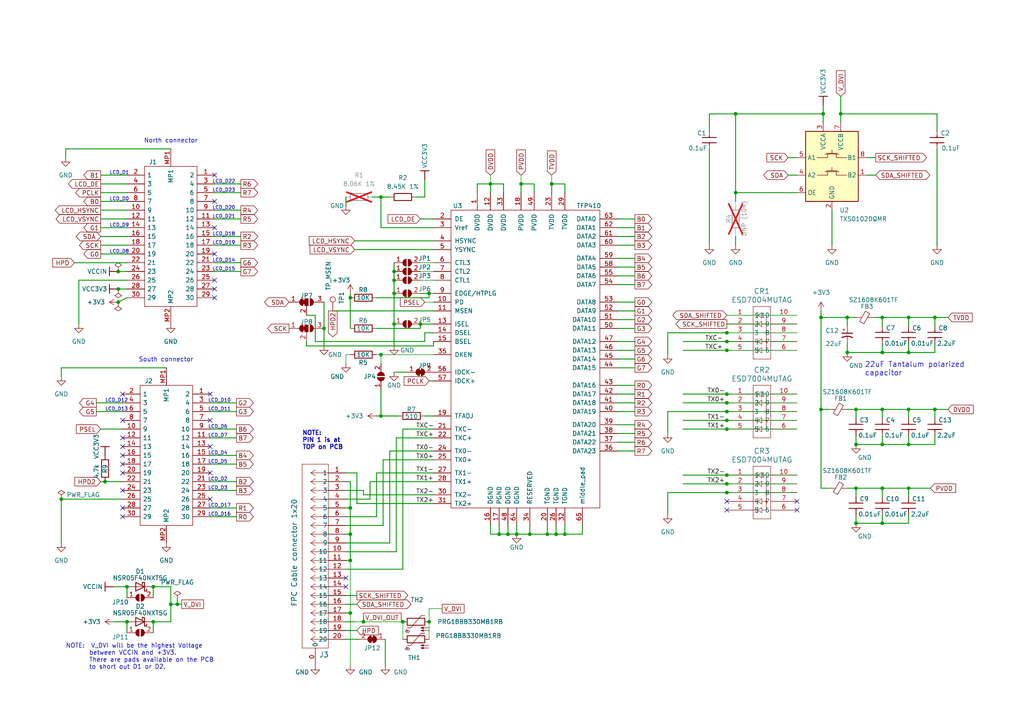
<source format=kicad_sch>
(kicad_sch (version 20231120) (generator "eeschema") (generator_version "8.0")
  (paper "A4")
  (title_block (title "DVI Adapter board") (date "2024-05-13") (rev "V0.09") (company "Copyright (C) 2023-2024 Victor Suarez Rovere") (comment 1 "License:  CERN OHL-S") (comment 2 "PCB design:  Mitch Altman &  Victor Suarez Rovere") (comment 3 "Schematics capture:  Mitch Altman & Victor Suarez Rovere") (comment 4 "Circuit design & parts selection:  Victor Suarez Rovere"))
  (junction (at 124.46 85.09))
  (junction (at 49.53 175.26))
  (junction (at 44.45 170.18))
  (junction (at 142.24 53.34))
  (junction (at 124.46 180.34))
  (junction (at 149.86 154.94))
  (junction (at 210.82 142.875))
  (junction (at 248.285 151.765))
  (junction (at 101.6 86.36))
  (junction (at 263.525 102.235))
  (junction (at 36.83 170.18))
  (junction (at 121.92 93.98))
  (junction (at 263.525 141.605))
  (junction (at 248.285 128.905))
  (junction (at 114.3 81.28))
  (junction (at 160.02 53.34))
  (junction (at 101.6 177.8))
  (junction (at 255.905 151.765))
  (junction (at 158.75 154.94))
  (junction (at 213.36 55.88))
  (junction (at 271.145 92.075))
  (junction (at 210.82 101.6))
  (junction (at 101.6 147.32))
  (junction (at 44.45 180.34))
  (junction (at 263.525 118.745))
  (junction (at 210.82 116.84))
  (junction (at 210.82 96.52))
  (junction (at 210.82 137.795))
  (junction (at 263.525 128.905))
  (junction (at 255.905 141.605))
  (junction (at 17.78 144.78))
  (junction (at 34.29 78.74))
  (junction (at 210.82 119.38))
  (junction (at 34.29 83.82))
  (junction (at 114.3 85.09))
  (junction (at 163.83 154.94))
  (junction (at 93.98 95.25))
  (junction (at 245.745 102.235))
  (junction (at 263.525 92.075))
  (junction (at 255.905 102.235))
  (junction (at 105.41 180.34))
  (junction (at 238.125 92.075))
  (junction (at 151.13 53.34))
  (junction (at 213.36 33.02))
  (junction (at 245.745 92.075))
  (junction (at 110.49 57.15))
  (junction (at 255.905 128.905))
  (junction (at 101.6 154.94))
  (junction (at 116.84 180.34))
  (junction (at 210.82 114.3))
  (junction (at 255.905 92.075))
  (junction (at 51.435 175.26))
  (junction (at 147.32 154.94))
  (junction (at 210.82 124.46))
  (junction (at 248.285 141.605))
  (junction (at 110.49 120.65))
  (junction (at 101.6 162.56))
  (junction (at 30.48 139.7))
  (junction (at 153.67 154.94))
  (junction (at 110.49 102.87))
  (junction (at 210.82 99.06))
  (junction (at 271.145 118.745))
  (junction (at 36.83 180.34))
  (junction (at 238.125 118.745))
  (junction (at 161.29 154.94))
  (junction (at 34.29 87.63))
  (junction (at 114.3 93.98))
  (junction (at 210.82 121.92))
  (junction (at 114.3 78.74))
  (junction (at 243.84 33.02))
  (junction (at 144.78 154.94))
  (junction (at 248.285 118.745))
  (junction (at 238.76 33.02))
  (junction (at 210.82 140.335))
  (junction (at 255.905 118.745))
  (no_connect (at 35.56 149.86))
  (no_connect (at 100.33 170.18))
  (no_connect (at 35.56 142.24))
  (no_connect (at 35.56 134.62))
  (no_connect (at 60.96 114.3))
  (no_connect (at 62.23 50.8))
  (no_connect (at 62.23 73.66))
  (no_connect (at 210.82 145.415))
  (no_connect (at 62.23 83.82))
  (no_connect (at 60.96 144.78))
  (no_connect (at 35.56 147.32))
  (no_connect (at 100.33 167.64))
  (no_connect (at 62.23 81.28))
  (no_connect (at 35.56 127))
  (no_connect (at 231.14 145.415))
  (no_connect (at 35.56 121.92))
  (no_connect (at 35.56 129.54))
  (no_connect (at 60.96 121.92))
  (no_connect (at 35.56 114.3))
  (no_connect (at 35.56 132.08))
  (no_connect (at 35.56 137.16))
  (no_connect (at 231.14 147.955))
  (no_connect (at 210.82 147.955))
  (no_connect (at 62.23 66.04))
  (no_connect (at 60.96 137.16))
  (no_connect (at 62.23 86.36))
  (no_connect (at 60.96 129.54))
  (no_connect (at 62.23 58.42))
  (wire (pts (xy 255.905 102.235) (xy 245.745 102.235)) (stroke (width 0.254)))
  (wire (pts (xy 245.745 99.695) (xy 245.745 102.235)) (stroke (width 0.254)))
  (wire (pts (xy 248.285 151.765) (xy 255.905 151.765)) (stroke (width 0.254)))
  (wire (pts (xy 248.285 149.225) (xy 248.285 151.765)) (stroke (width 0.254)))
  (wire (pts (xy 114.935 127) (xy 114.935 160.02)) (stroke (width 0.254)))
  (wire (pts (xy 151.13 53.34) (xy 151.13 55.88)) (stroke (width 0.254)))
  (wire (pts (xy 110.49 102.87) (xy 110.49 105.41)))
  (wire (pts (xy 179.07 66.04) (xy 184.15 66.04)) (stroke (width 0.254)))
  (wire (pts (xy 19.05 43.18) (xy 19.05 45.72)) (stroke (width 0.254)))
  (wire (pts (xy 101.6 162.56) (xy 100.33 162.56)) (stroke (width 0.254)))
  (wire (pts (xy 238.125 90.17) (xy 238.125 92.075)) (stroke (width 0.254)))
  (wire (pts (xy 109.22 149.86) (xy 100.33 149.86)) (stroke (width 0.254)))
  (wire (pts (xy 29.21 66.04) (xy 36.83 66.04)) (stroke (width 0.254)))
  (wire (pts (xy 160.02 53.34) (xy 160.02 55.88)) (stroke (width 0.254)))
  (wire (pts (xy 161.29 152.4) (xy 161.29 154.94)) (stroke (width 0.254)))
  (wire (pts (xy 48.26 106.68) (xy 17.78 106.68)) (stroke (width 0.254)))
  (wire (pts (xy 69.85 63.5) (xy 62.23 63.5)) (stroke (width 0.254)))
  (wire (pts (xy 30.48 139.7) (xy 29.21 139.7)) (stroke (width 0.254)))
  (wire (pts (xy 263.525 121.285) (xy 263.525 118.745)) (stroke (width 0.254)))
  (wire (pts (xy 271.145 118.745) (xy 271.145 121.285)) (stroke (width 0.254)))
  (wire (pts (xy 153.67 152.4) (xy 153.67 154.94)) (stroke (width 0.254)))
  (wire (pts (xy 96.52 90.17) (xy 125.73 90.17)) (stroke (width 0.254)))
  (wire (pts (xy 228.6 50.8) (xy 231.14 50.8)) (stroke (width 0.254)))
  (wire (pts (xy 263.525 99.695) (xy 263.525 102.235)) (stroke (width 0.254)))
  (wire (pts (xy 114.935 160.02) (xy 100.33 160.02)) (stroke (width 0.254)))
  (wire (pts (xy 147.32 152.4) (xy 147.32 154.94)) (stroke (width 0.254)))
  (wire (pts (xy 101.6 86.36) (xy 101.6 95.25)) (stroke (width 0.254)))
  (wire (pts (xy 210.82 99.06) (xy 231.14 99.06)))
  (wire (pts (xy 29.21 71.12) (xy 36.83 71.12)) (stroke (width 0.254)))
  (wire (pts (xy 121.92 93.98) (xy 121.92 95.25)) (stroke (width 0.254)))
  (wire (pts (xy 49.53 180.34) (xy 44.45 180.34)) (stroke (width 0.254)))
  (wire (pts (xy 198.12 121.92) (xy 210.82 121.92)) (stroke (width 0.254)))
  (wire (pts (xy 109.22 102.87) (xy 110.49 102.87)))
  (wire (pts (xy 263.525 118.745) (xy 271.145 118.745)) (stroke (width 0.254)))
  (wire (pts (xy 179.07 104.14) (xy 184.15 104.14)) (stroke (width 0.254)))
  (wire (pts (xy 271.78 33.02) (xy 271.78 38.1)) (stroke (width 0.254)))
  (wire (pts (xy 153.67 154.94) (xy 158.75 154.94)) (stroke (width 0.254)))
  (wire (pts (xy 255.905 102.235) (xy 263.525 102.235)) (stroke (width 0.254)))
  (wire (pts (xy 68.58 127) (xy 60.96 127)) (stroke (width 0.254)))
  (wire (pts (xy 102.87 180.34) (xy 100.33 180.34)) (stroke (width 0.254)))
  (wire (pts (xy 93.98 95.25) (xy 93.98 100.33)) (stroke (width 0.254)))
  (wire (pts (xy 198.12 114.3) (xy 210.82 114.3)) (stroke (width 0.254)))
  (wire (pts (xy 248.285 118.745) (xy 248.285 121.285)) (stroke (width 0.254)))
  (wire (pts (xy 210.82 119.38) (xy 231.14 119.38)))
  (wire (pts (xy 179.07 68.58) (xy 184.15 68.58)) (stroke (width 0.254)))
  (wire (pts (xy 125.73 100.33) (xy 125.73 99.06)) (stroke (width 0.254)))
  (wire (pts (xy 101.6 139.7) (xy 100.33 139.7)) (stroke (width 0.254)))
  (wire (pts (xy 69.85 68.58) (xy 62.23 68.58)) (stroke (width 0.254)))
  (wire (pts (xy 179.07 87.63) (xy 184.15 87.63)) (stroke (width 0.254)))
  (wire (pts (xy 101.6 154.94) (xy 101.6 147.32)) (stroke (width 0.254)))
  (wire (pts (xy 101.6 177.8) (xy 101.6 162.56)))
  (wire (pts (xy 210.82 93.98) (xy 231.14 93.98)))
  (wire (pts (xy 255.905 118.745) (xy 255.905 121.285)) (stroke (width 0.254)))
  (wire (pts (xy 271.145 118.745) (xy 274.955 118.745)) (stroke (width 0.254)))
  (wire (pts (xy 109.22 120.65) (xy 110.49 120.65)) (stroke (width 0.254)))
  (wire (pts (xy 213.36 68.58) (xy 213.36 71.12)) (stroke (width 0.254)))
  (wire (pts (xy 116.84 185.42) (xy 116.84 180.34)))
  (wire (pts (xy 149.86 154.94) (xy 153.67 154.94)) (stroke (width 0.254)))
  (wire (pts (xy 17.78 144.78) (xy 17.78 157.48)) (stroke (width 0.254)))
  (wire (pts (xy 263.525 102.235) (xy 271.145 102.235)) (stroke (width 0.254)))
  (wire (pts (xy 179.07 106.68) (xy 184.15 106.68)) (stroke (width 0.254)))
  (wire (pts (xy 142.24 53.34) (xy 146.05 53.34)) (stroke (width 0.254)))
  (wire (pts (xy 34.29 78.74) (xy 36.83 78.74)) (stroke (width 0.254)))
  (wire (pts (xy 179.07 128.27) (xy 184.15 128.27)) (stroke (width 0.254)))
  (wire (pts (xy 255.905 149.225) (xy 255.905 151.765)) (stroke (width 0.254)))
  (wire (pts (xy 238.76 30.48) (xy 238.76 33.02)) (stroke (width 0.254)))
  (wire (pts (xy 271.145 92.075) (xy 271.145 94.615)) (stroke (width 0.254)))
  (wire (pts (xy 142.24 154.94) (xy 144.78 154.94)) (stroke (width 0.254)))
  (wire (pts (xy 68.58 134.62) (xy 60.96 134.62)) (stroke (width 0.254)))
  (wire (pts (xy 29.21 58.42) (xy 36.83 58.42)) (stroke (width 0.254)))
  (wire (pts (xy 123.19 52.07) (xy 123.19 57.15)) (stroke (width 0.254)))
  (wire (pts (xy 210.82 116.84) (xy 231.14 116.84)))
  (wire (pts (xy 114.935 127) (xy 125.73 127)) (stroke (width 0.254)))
  (wire (pts (xy 179.07 114.3) (xy 184.15 114.3)) (stroke (width 0.254)))
  (wire (pts (xy 125.73 96.52) (xy 123.19 96.52)) (stroke (width 0.254)))
  (wire (pts (xy 255.905 128.905) (xy 263.525 128.905)) (stroke (width 0.254)))
  (wire (pts (xy 121.92 85.09) (xy 124.46 85.09)) (stroke (width 0.254)))
  (wire (pts (xy 179.07 119.38) (xy 184.15 119.38)) (stroke (width 0.254)))
  (wire (pts (xy 110.49 120.65) (xy 115.57 120.65)))
  (wire (pts (xy 160.02 53.34) (xy 163.83 53.34)) (stroke (width 0.254)))
  (wire (pts (xy 144.78 154.94) (xy 147.32 154.94)) (stroke (width 0.254)))
  (wire (pts (xy 101.6 147.32) (xy 101.6 139.7)) (stroke (width 0.254)))
  (wire (pts (xy 123.19 99.06) (xy 91.44 99.06)) (stroke (width 0.254)))
  (wire (pts (xy 210.82 114.3) (xy 231.14 114.3)))
  (wire (pts (xy 36.83 183.515) (xy 36.83 180.34)) (stroke (width 0.254)))
  (wire (pts (xy 179.07 82.55) (xy 184.15 82.55)) (stroke (width 0.254)))
  (wire (pts (xy 100.33 102.87) (xy 100.33 105.41)))
  (wire (pts (xy 103.505 182.88) (xy 100.33 182.88)) (stroke (width 0.254)))
  (wire (pts (xy 29.21 68.58) (xy 36.83 68.58)) (stroke (width 0.254)))
  (wire (pts (xy 210.82 140.335) (xy 231.14 140.335)))
  (wire (pts (xy 101.6 85.09) (xy 101.6 86.36)) (stroke (width 0.254)))
  (wire (pts (xy 149.86 152.4) (xy 149.86 154.94)) (stroke (width 0.254)))
  (wire (pts (xy 248.285 141.605) (xy 248.285 144.145)) (stroke (width 0.254)))
  (wire (pts (xy 51.435 173.99) (xy 51.435 175.26)) (stroke (width 0.254)))
  (wire (pts (xy 179.07 95.25) (xy 184.15 95.25)) (stroke (width 0.254)))
  (wire (pts (xy 163.83 152.4) (xy 163.83 154.94)) (stroke (width 0.254)))
  (wire (pts (xy 245.745 118.745) (xy 248.285 118.745)) (stroke (width 0.254)))
  (wire (pts (xy 241.3 60.96) (xy 241.3 71.12)) (stroke (width 0.254)))
  (wire (pts (xy 179.07 99.06) (xy 184.15 99.06)) (stroke (width 0.254)))
  (wire (pts (xy 36.83 63.5) (xy 29.21 63.5)) (stroke (width 0.254)))
  (wire (pts (xy 179.07 116.84) (xy 184.15 116.84)) (stroke (width 0.254)))
  (wire (pts (xy 44.45 183.515) (xy 44.45 180.34)) (stroke (width 0.254)))
  (wire (pts (xy 102.87 180.34) (xy 105.41 180.34)))
  (wire (pts (xy 121.92 76.2) (xy 125.73 76.2)))
  (wire (pts (xy 69.85 53.34) (xy 62.23 53.34)) (stroke (width 0.254)))
  (wire (pts (xy 255.905 141.605) (xy 263.525 141.605)) (stroke (width 0.254)))
  (wire (pts (xy 114.3 78.74) (xy 114.3 81.28)) (stroke (width 0.254)))
  (wire (pts (xy 114.3 81.28) (xy 114.3 85.09)) (stroke (width 0.254)))
  (wire (pts (xy 116.84 124.46) (xy 125.73 124.46)) (stroke (width 0.254)))
  (wire (pts (xy 123.19 87.63) (xy 125.73 87.63)))
  (wire (pts (xy 158.75 154.94) (xy 161.29 154.94)) (stroke (width 0.254)))
  (wire (pts (xy 163.83 53.34) (xy 163.83 55.88)) (stroke (width 0.254)))
  (wire (pts (xy 144.78 152.4) (xy 144.78 154.94)) (stroke (width 0.254)))
  (wire (pts (xy 142.24 53.34) (xy 142.24 55.88)) (stroke (width 0.254)))
  (wire (pts (xy 69.85 76.2) (xy 62.23 76.2)) (stroke (width 0.254)))
  (wire (pts (xy 198.12 101.6) (xy 210.82 101.6)) (stroke (width 0.254)))
  (wire (pts (xy 109.22 95.25) (xy 121.92 95.25)) (stroke (width 0.254)))
  (wire (pts (xy 151.13 50.8) (xy 151.13 53.34)))
  (wire (pts (xy 238.125 92.075) (xy 238.125 118.745)) (stroke (width 0.254)))
  (wire (pts (xy 179.07 101.6) (xy 184.15 101.6)) (stroke (width 0.254)))
  (wire (pts (xy 124.46 85.09) (xy 124.46 86.36)) (stroke (width 0.254)))
  (wire (pts (xy 22.86 81.28) (xy 22.86 93.98)) (stroke (width 0.254)))
  (wire (pts (xy 193.675 119.38) (xy 193.675 125.73)) (stroke (width 0.254)))
  (wire (pts (xy 100.33 57.15) (xy 100.33 59.69)) (stroke (width 0.254)))
  (wire (pts (xy 213.36 33.02) (xy 238.76 33.02)) (stroke (width 0.254)))
  (wire (pts (xy 60.96 149.86) (xy 68.58 149.86)) (stroke (width 0.254)))
  (wire (pts (xy 109.22 137.16) (xy 109.22 149.86)) (stroke (width 0.254)))
  (wire (pts (xy 17.78 106.68) (xy 17.78 109.22)) (stroke (width 0.254)))
  (wire (pts (xy 49.53 170.18) (xy 49.53 175.26)) (stroke (width 0.254)))
  (wire (pts (xy 231.14 55.88) (xy 213.36 55.88)) (stroke (width 0.254)))
  (wire (pts (xy 49.53 175.26) (xy 51.435 175.26)) (stroke (width 0.254)))
  (wire (pts (xy 114.3 76.2) (xy 114.3 78.74)) (stroke (width 0.254)))
  (wire (pts (xy 271.145 126.365) (xy 271.145 128.905)) (stroke (width 0.254)))
  (wire (pts (xy 68.58 142.24) (xy 60.96 142.24)) (stroke (width 0.254)))
  (wire (pts (xy 158.75 152.4) (xy 158.75 154.94)) (stroke (width 0.254)))
  (wire (pts (xy 255.905 141.605) (xy 255.905 144.145)) (stroke (width 0.254)))
  (wire (pts (xy 271.145 99.695) (xy 271.145 102.235)) (stroke (width 0.254)))
  (wire (pts (xy 49.53 175.26) (xy 49.53 180.34)) (stroke (width 0.254)))
  (wire (pts (xy 243.84 27.94) (xy 243.84 33.02)) (stroke (width 0.254)))
  (wire (pts (xy 120.65 57.15) (xy 123.19 57.15)) (stroke (width 0.254)))
  (wire (pts (xy 179.07 71.12) (xy 184.15 71.12)) (stroke (width 0.254)))
  (wire (pts (xy 160.02 50.8) (xy 160.02 53.34)))
  (wire (pts (xy 271.145 92.075) (xy 274.955 92.075)) (stroke (width 0.254)))
  (wire (pts (xy 128.27 176.53) (xy 124.46 176.53)))
  (wire (pts (xy 248.285 126.365) (xy 248.285 128.905)) (stroke (width 0.254)))
  (wire (pts (xy 243.84 33.02) (xy 271.78 33.02)) (stroke (width 0.254)))
  (wire (pts (xy 27.94 119.38) (xy 35.56 119.38)) (stroke (width 0.254)))
  (wire (pts (xy 35.56 144.78) (xy 17.78 144.78)) (stroke (width 0.254)))
  (wire (pts (xy 210.82 142.875) (xy 193.675 142.875)) (stroke (width 0.254)))
  (wire (pts (xy 210.82 96.52) (xy 231.14 96.52)))
  (wire (pts (xy 103.505 146.05) (xy 125.73 146.05)) (stroke (width 0.254)))
  (wire (pts (xy 105.41 180.34) (xy 116.84 180.34)))
  (wire (pts (xy 124.46 85.09) (xy 125.73 85.09)))
  (wire (pts (xy 255.905 92.075) (xy 263.525 92.075)) (stroke (width 0.254)))
  (wire (pts (xy 263.525 149.225) (xy 263.525 151.765)) (stroke (width 0.254)))
  (wire (pts (xy 110.49 57.15) (xy 113.03 57.15)) (stroke (width 0.254)))
  (wire (pts (xy 179.07 92.71) (xy 184.15 92.71)) (stroke (width 0.254)))
  (wire (pts (xy 142.24 152.4) (xy 142.24 154.94)) (stroke (width 0.254)))
  (wire (pts (xy 163.83 154.94) (xy 168.91 154.94)) (stroke (width 0.254)))
  (wire (pts (xy 110.49 102.87) (xy 125.73 102.87)))
  (wire (pts (xy 110.49 113.03) (xy 110.49 120.65)) (stroke (width 0.254)))
  (wire (pts (xy 69.85 55.88) (xy 62.23 55.88)) (stroke (width 0.254)))
  (wire (pts (xy 88.9 91.44) (xy 91.44 91.44)) (stroke (width 0.254)))
  (wire (pts (xy 68.58 124.46) (xy 60.96 124.46)) (stroke (width 0.254)))
  (wire (pts (xy 121.92 63.5) (xy 125.73 63.5)) (stroke (width 0.254)))
  (wire (pts (xy 113.03 130.81) (xy 125.73 130.81)) (stroke (width 0.254)))
  (wire (pts (xy 210.82 121.92) (xy 231.14 121.92)))
  (wire (pts (xy 238.76 33.02) (xy 238.76 35.56)) (stroke (width 0.254)))
  (wire (pts (xy 245.745 92.075) (xy 245.745 94.615)) (stroke (width 0.254)))
  (wire (pts (xy 111.76 185.42) (xy 111.76 193.04)) (stroke (width 0.254)))
  (wire (pts (xy 101.6 147.32) (xy 100.33 147.32)) (stroke (width 0.254)))
  (wire (pts (xy 238.125 118.745) (xy 240.665 118.745)) (stroke (width 0.254)))
  (wire (pts (xy 205.74 38.1) (xy 205.74 33.02)) (stroke (width 0.254)))
  (wire (pts (xy 69.85 71.12) (xy 62.23 71.12)) (stroke (width 0.254)))
  (wire (pts (xy 142.24 50.8) (xy 142.24 53.34)))
  (wire (pts (xy 49.53 43.18) (xy 19.05 43.18)) (stroke (width 0.254)))
  (wire (pts (xy 36.83 81.28) (xy 22.86 81.28)) (stroke (width 0.254)))
  (wire (pts (xy 124.46 180.34) (xy 124.46 185.42)))
  (wire (pts (xy 101.6 154.94) (xy 100.33 154.94)) (stroke (width 0.254)))
  (wire (pts (xy 238.125 92.075) (xy 245.745 92.075)) (stroke (width 0.254)))
  (wire (pts (xy 34.29 83.82) (xy 36.83 83.82)) (stroke (width 0.254)))
  (wire (pts (xy 238.125 118.745) (xy 238.125 141.605)) (stroke (width 0.254)))
  (wire (pts (xy 69.85 60.96) (xy 62.23 60.96)) (stroke (width 0.254)))
  (wire (pts (xy 138.43 53.34) (xy 138.43 55.88)) (stroke (width 0.254)))
  (wire (pts (xy 103.505 146.05) (xy 103.505 137.16)) (stroke (width 0.254)))
  (wire (pts (xy 107.95 57.15) (xy 110.49 57.15)) (stroke (width 0.254)))
  (wire (pts (xy 110.49 120.65) (xy 115.57 120.65)) (stroke (width 0.254)))
  (wire (pts (xy 161.29 154.94) (xy 163.83 154.94)) (stroke (width 0.254)))
  (wire (pts (xy 205.74 43.18) (xy 205.74 71.12)) (stroke (width 0.254)))
  (wire (pts (xy 29.21 73.66) (xy 36.83 73.66)) (stroke (width 0.254)))
  (wire (pts (xy 68.58 139.7) (xy 60.96 139.7)) (stroke (width 0.254)))
  (wire (pts (xy 105.41 143.51) (xy 125.73 143.51)) (stroke (width 0.254)))
  (wire (pts (xy 107.315 139.7) (xy 125.73 139.7)) (stroke (width 0.254)))
  (wire (pts (xy 33.02 170.18) (xy 36.83 170.18)) (stroke (width 0.254)))
  (wire (pts (xy 198.12 137.795) (xy 210.82 137.795)) (stroke (width 0.254)))
  (wire (pts (xy 110.49 66.04) (xy 125.73 66.04)) (stroke (width 0.254)))
  (wire (pts (xy 102.87 72.39) (xy 125.73 72.39)) (stroke (width 0.254)))
  (wire (pts (xy 251.46 45.72) (xy 254 45.72)) (stroke (width 0.254)))
  (wire (pts (xy 198.12 99.06) (xy 210.82 99.06)) (stroke (width 0.254)))
  (wire (pts (xy 68.58 132.08) (xy 60.96 132.08)) (stroke (width 0.254)))
  (wire (pts (xy 124.46 176.53) (xy 124.46 180.34)))
  (wire (pts (xy 111.125 133.35) (xy 111.125 152.4)) (stroke (width 0.254)))
  (wire (pts (xy 179.07 80.01) (xy 184.15 80.01)) (stroke (width 0.254)))
  (wire (pts (xy 263.525 128.905) (xy 271.145 128.905)) (stroke (width 0.254)))
  (wire (pts (xy 114.3 85.09) (xy 114.3 93.98)) (stroke (width 0.254)))
  (wire (pts (xy 121.92 78.74) (xy 125.73 78.74)))
  (wire (pts (xy 68.58 116.84) (xy 60.96 116.84)) (stroke (width 0.254)))
  (wire (pts (xy 168.91 152.4) (xy 168.91 154.94)) (stroke (width 0.254)))
  (wire (pts (xy 251.46 50.8) (xy 254 50.8)) (stroke (width 0.254)))
  (wire (pts (xy 44.45 170.18) (xy 49.53 170.18)) (stroke (width 0.254)))
  (wire (pts (xy 255.905 118.745) (xy 263.525 118.745)) (stroke (width 0.254)))
  (wire (pts (xy 109.22 137.16) (xy 125.73 137.16)) (stroke (width 0.254)))
  (wire (pts (xy 210.82 101.6) (xy 231.14 101.6)))
  (wire (pts (xy 228.6 45.72) (xy 231.14 45.72)) (stroke (width 0.254)))
  (wire (pts (xy 35.56 124.46) (xy 29.21 124.46)) (stroke (width 0.254)))
  (wire (pts (xy 93.98 87.63) (xy 93.98 95.25)) (stroke (width 0.254)))
  (wire (pts (xy 198.12 124.46) (xy 210.82 124.46)) (stroke (width 0.254)))
  (wire (pts (xy 210.82 91.44) (xy 231.14 91.44)))
  (wire (pts (xy 210.82 137.795) (xy 231.14 137.795)))
  (wire (pts (xy 248.285 118.745) (xy 255.905 118.745)) (stroke (width 0.254)))
  (wire (pts (xy 121.92 81.28) (xy 125.73 81.28)))
  (wire (pts (xy 255.905 151.765) (xy 263.525 151.765)) (stroke (width 0.254)))
  (wire (pts (xy 146.05 53.34) (xy 146.05 55.88)) (stroke (width 0.254)))
  (wire (pts (xy 102.87 69.85) (xy 125.73 69.85)) (stroke (width 0.254)))
  (wire (pts (xy 120.65 146.05) (xy 121.92 146.05)))
  (wire (pts (xy 114.3 93.98) (xy 114.3 100.33)) (stroke (width 0.254)))
  (wire (pts (xy 116.84 165.1) (xy 100.33 165.1)) (stroke (width 0.254)))
  (wire (pts (xy 255.905 99.695) (xy 255.905 102.235)) (stroke (width 0.254)))
  (wire (pts (xy 110.49 57.15) (xy 110.49 66.04)) (stroke (width 0.254)))
  (wire (pts (xy 213.36 55.88) (xy 213.36 58.42)) (stroke (width 0.254)))
  (wire (pts (xy 107.315 139.7) (xy 107.315 144.78)) (stroke (width 0.254)))
  (wire (pts (xy 255.905 92.075) (xy 253.365 92.075)) (stroke (width 0.254)))
  (wire (pts (xy 198.12 116.84) (xy 210.82 116.84)) (stroke (width 0.254)))
  (wire (pts (xy 193.675 142.875) (xy 193.675 149.225)) (stroke (width 0.254)))
  (wire (pts (xy 179.07 125.73) (xy 184.15 125.73)) (stroke (width 0.254)))
  (wire (pts (xy 245.745 92.075) (xy 248.285 92.075)) (stroke (width 0.254)))
  (wire (pts (xy 36.83 60.96) (xy 29.21 60.96)) (stroke (width 0.254)))
  (wire (pts (xy 147.32 154.94) (xy 149.86 154.94)) (stroke (width 0.254)))
  (wire (pts (xy 69.85 78.74) (xy 62.23 78.74)) (stroke (width 0.254)))
  (wire (pts (xy 213.36 33.02) (xy 213.36 55.88)) (stroke (width 0.254)))
  (wire (pts (xy 105.41 142.24) (xy 100.33 142.24)) (stroke (width 0.254)))
  (wire (pts (xy 36.83 76.2) (xy 21.59 76.2)) (stroke (width 0.254)))
  (wire (pts (xy 263.525 141.605) (xy 263.525 144.145)) (stroke (width 0.254)))
  (wire (pts (xy 109.22 86.36) (xy 124.46 86.36)) (stroke (width 0.254)))
  (wire (pts (xy 138.43 53.34) (xy 142.24 53.34)) (stroke (width 0.254)))
  (wire (pts (xy 198.12 140.335) (xy 210.82 140.335)) (stroke (width 0.254)))
  (wire (pts (xy 105.41 179.07) (xy 105.41 180.34)))
  (wire (pts (xy 179.07 123.19) (xy 184.15 123.19)) (stroke (width 0.254)))
  (wire (pts (xy 210.82 124.46) (xy 231.14 124.46)))
  (wire (pts (xy 103.505 137.16) (xy 100.33 137.16)) (stroke (width 0.254)))
  (wire (pts (xy 35.56 139.7) (xy 30.48 139.7)) (stroke (width 0.254)))
  (wire (pts (xy 179.07 77.47) (xy 184.15 77.47)) (stroke (width 0.254)))
  (wire (pts (xy 179.07 90.17) (xy 184.15 90.17)) (stroke (width 0.254)))
  (wire (pts (xy 88.9 100.33) (xy 88.9 99.06)) (stroke (width 0.254)))
  (wire (pts (xy 91.44 99.06) (xy 91.44 91.44)) (stroke (width 0.254)))
  (wire (pts (xy 179.07 63.5) (xy 184.15 63.5)) (stroke (width 0.254)))
  (wire (pts (xy 210.82 142.875) (xy 231.14 142.875)))
  (wire (pts (xy 238.125 141.605) (xy 240.665 141.605)) (stroke (width 0.254)))
  (wire (pts (xy 111.125 152.4) (xy 100.33 152.4)) (stroke (width 0.254)))
  (wire (pts (xy 103.505 172.72) (xy 100.33 172.72)) (stroke (width 0.254)))
  (wire (pts (xy 33.02 180.34) (xy 36.83 180.34)) (stroke (width 0.254)))
  (wire (pts (xy 36.83 173.355) (xy 36.83 170.18)) (stroke (width 0.254)))
  (wire (pts (xy 100.33 102.87) (xy 101.6 102.87)))
  (wire (pts (xy 179.07 74.93) (xy 184.15 74.93)) (stroke (width 0.254)))
  (wire (pts (xy 263.525 92.075) (xy 263.525 94.615)) (stroke (width 0.254)))
  (wire (pts (xy 243.84 33.02) (xy 243.84 35.56)) (stroke (width 0.254)))
  (wire (pts (xy 245.745 141.605) (xy 248.285 141.605)) (stroke (width 0.254)))
  (wire (pts (xy 88.9 100.33) (xy 125.73 100.33)) (stroke (width 0.254)))
  (wire (pts (xy 103.505 175.26) (xy 100.33 175.26)) (stroke (width 0.254)))
  (wire (pts (xy 60.96 147.32) (xy 68.58 147.32)) (stroke (width 0.254)))
  (wire (pts (xy 124.46 110.49) (xy 125.73 110.49)) (stroke (width 0.254)))
  (wire (pts (xy 179.07 111.76) (xy 184.15 111.76)) (stroke (width 0.254)))
  (wire (pts (xy 51.435 175.26) (xy 52.705 175.26)) (stroke (width 0.254)))
  (wire (pts (xy 111.125 133.35) (xy 125.73 133.35)) (stroke (width 0.254)))
  (wire (pts (xy 114.3 107.95) (xy 118.11 107.95)) (stroke (width 0.254)))
  (wire (pts (xy 263.525 141.605) (xy 269.875 141.605)) (stroke (width 0.254)))
  (wire (pts (xy 210.82 96.52) (xy 193.675 96.52)) (stroke (width 0.254)))
  (wire (pts (xy 113.03 157.48) (xy 100.33 157.48)) (stroke (width 0.254)))
  (wire (pts (xy 248.285 128.905) (xy 255.905 128.905)) (stroke (width 0.254)))
  (wire (pts (xy 36.83 53.34) (xy 29.21 53.34)) (stroke (width 0.254)))
  (wire (pts (xy 248.285 141.605) (xy 255.905 141.605)) (stroke (width 0.254)))
  (wire (pts (xy 68.58 119.38) (xy 60.96 119.38)) (stroke (width 0.254)))
  (wire (pts (xy 123.19 96.52) (xy 123.19 99.06)) (stroke (width 0.254)))
  (wire (pts (xy 255.905 126.365) (xy 255.905 128.905)) (stroke (width 0.254)))
  (wire (pts (xy 100.33 185.42) (xy 104.14 185.42)) (stroke (width 0.254)))
  (wire (pts (xy 101.6 177.8) (xy 100.33 177.8)) (stroke (width 0.254)))
  (wire (pts (xy 44.45 173.355) (xy 44.45 170.18)) (stroke (width 0.254)))
  (wire (pts (xy 271.78 43.18) (xy 271.78 71.12)) (stroke (width 0.254)))
  (wire (pts (xy 154.94 53.34) (xy 154.94 55.88)) (stroke (width 0.254)))
  (wire (pts (xy 29.21 50.8) (xy 36.83 50.8)) (stroke (width 0.254)))
  (wire (pts (xy 113.03 130.81) (xy 113.03 157.48)) (stroke (width 0.254)))
  (wire (pts (xy 107.315 144.78) (xy 100.33 144.78)) (stroke (width 0.254)))
  (wire (pts (xy 101.6 193.04) (xy 101.6 177.8)))
  (wire (pts (xy 151.13 53.34) (xy 154.94 53.34)) (stroke (width 0.254)))
  (wire (pts (xy 205.74 33.02) (xy 213.36 33.02)) (stroke (width 0.254)))
  (wire (pts (xy 263.525 92.075) (xy 271.145 92.075)) (stroke (width 0.254)))
  (wire (pts (xy 116.84 124.46) (xy 116.84 165.1)) (stroke (width 0.254)))
  (wire (pts (xy 34.29 87.63) (xy 36.83 86.36)) (stroke (width 0.254)))
  (wire (pts (xy 36.83 55.88) (xy 29.21 55.88)) (stroke (width 0.254)))
  (wire (pts (xy 123.19 120.65) (xy 125.73 120.65)) (stroke (width 0.254)))
  (wire (pts (xy 179.07 130.81) (xy 184.15 130.81)) (stroke (width 0.254)))
  (wire (pts (xy 101.6 162.56) (xy 101.6 154.94)) (stroke (width 0.254)))
  (wire (pts (xy 105.41 143.51) (xy 105.41 142.24)) (stroke (width 0.254)))
  (wire (pts (xy 193.675 96.52) (xy 193.675 102.87)) (stroke (width 0.254)))
  (wire (pts (xy 27.94 116.84) (xy 35.56 116.84)) (stroke (width 0.254)))
  (wire (pts (xy 263.525 126.365) (xy 263.525 128.905)) (stroke (width 0.254)))
  (wire (pts (xy 210.82 119.38) (xy 193.675 119.38)) (stroke (width 0.254)))
  (wire (pts (xy 255.905 92.075) (xy 255.905 94.615)) (stroke (width 0.254)))
  (wire (pts (xy 121.92 93.98) (xy 125.73 93.98)) (stroke (width 0.254)))
  (text "LCD_D16" (at 60.325 149.86 0) (effects (font (size 1 1)) (justify left bottom)))
  (text "LCD_D17" (at 60.325 147.32 0) (effects (font (size 1 1)) (justify left bottom)))
  (text "South connector" (at 56.134 105.156 0) (effects (font (size 1.27 1.27)) (justify right bottom)))
  (text "LCD_D15" (at 61.595 78.74 0) (effects (font (size 1 1)) (justify left bottom)))
  (text "LCD_D5" (at 60.325 134.62 0) (effects (font (size 1 1)) (justify left bottom)))
  (text "North connector" (at 57.404 41.656 0) (effects (font (size 1.27 1.27)) (justify right bottom)))
  (text "LCD_D1" (at 31.75 50.8 0) (effects (font (size 1 1)) (justify left bottom)))
  (text "LCD_D9" (at 31.75 66.04 0) (effects (font (size 1 1)) (justify left bottom)))
  (text "LCD_D2" (at 60.325 139.7 0) (effects (font (size 1 1)) (justify left bottom)))
  (text "NOTE:  V_DVI will be the highest Voltage\n       between VCCIN and +3V3.\n       There are pads available on the PCB\n       to short out D1 or D2." (at 19.05 194.31 0) (effects (font (size 1.27 1.27)) (justify left bottom)))
  (text "LCD_D18" (at 61.595 68.58 0) (effects (font (size 1 1)) (justify left bottom)))
  (text "LCD_D7" (at 60.325 127 0) (effects (font (size 1 1)) (justify left bottom)))
  (text "LCD_D3" (at 60.325 142.24 0) (effects (font (size 1 1)) (justify left bottom)))
  (text "LCD_D0" (at 31.75 58.42 0) (effects (font (size 1 1)) (justify left bottom)))
  (text "LCD_D19" (at 61.595 71.12 0) (effects (font (size 1 1)) (justify left bottom)))
  (text "LCD_D22" (at 61.595 53.34 0) (effects (font (size 1 1)) (justify left bottom)))
  (text "LCD_D23" (at 61.595 55.88 0) (effects (font (size 1 1)) (justify left bottom)))
  (text "LCD_D20" (at 61.595 60.96 0) (effects (font (size 1 1)) (justify left bottom)))
  (text "LCD_D21" (at 61.595 63.5 0) (effects (font (size 1 1)) (justify left bottom)))
  (text "NOTE:\nPIN 1 is at \nTOP on PCB" (at 87.63 130.556 0) (effects (font (size 1.27 1.27) (thickness 0.254) (bold yes)) (justify left bottom)))
  (text "LCD_D11" (at 60.325 119.38 0) (effects (font (size 1 1)) (justify left bottom)))
  (text "LCD_D6" (at 60.325 124.46 0) (effects (font (size 1 1)) (justify left bottom)))
  (text "LCD_D13" (at 30.48 119.38 0) (effects (font (size 1 1)) (justify left bottom)))
  (text "LCD_D12" (at 30.48 116.84 0) (effects (font (size 1 1)) (justify left bottom)))
  (text "LCD_D4" (at 60.325 132.08 0) (effects (font (size 1 1)) (justify left bottom)))
  (text "22uF Tantalum polarized\ncapacitor" (at 250.825 109.22 0) (effects (font (size 1.524 1.524)) (justify left bottom)))
  (text "LCD_D14" (at 61.595 76.2 0) (effects (font (size 1 1)) (justify left bottom)))
  (text "LCD_D8" (at 31.75 73.66 0) (effects (font (size 1 1)) (justify left bottom)))
  (text "LCD_D10" (at 60.325 116.84 0) (effects (font (size 1 1)) (justify left bottom)))
  (label "TX0+" (at 120.65 133.35 0))
  (label "TX1-" (at 120.65 137.16 0))
  (label "TXC-" (at 204.47 99.06 0))
  (label "TX0-" (at 205.105 114.3 0))
  (label "TX2-" (at 205.105 137.795 0))
  (label "TXC+" (at 204.47 101.6 0))
  (label "TX0-" (at 120.65 130.81 0))
  (label "TX2+" (at 120.65 146.05 0))
  (label "TXC-" (at 120.65 124.46 0))
  (label "TX0+" (at 205.105 116.84 0))
  (label "TX1+" (at 120.65 139.7 0))
  (label "TX2-" (at 120.65 143.51 0))
  (label "TX2+" (at 205.105 140.335 0))
  (label "TX1-" (at 205.105 121.92 0))
  (label "TXC+" (at 120.65 127 0))
  (label "TX1+" (at 205.105 124.46 0))
  (global_label "HPD" (shape input) (at 103.505 182.88 0) (property "Intersheetrefs" "${INTERSHEET_REFS}" (effects (hide yes))))
  (global_label "R2" (shape output) (at 69.85 68.58 0) (property "Intersheetrefs" "${INTERSHEET_REFS}" (effects (hide yes))))
  (global_label "LCD_VSYNC" (shape input) (at 102.87 72.39 180) (property "Intersheetrefs" "${INTERSHEET_REFS}" (effects (hide yes))))
  (global_label "PVDD" (shape input) (at 151.13 50.8 90) (property "Intersheetrefs" "${INTERSHEET_REFS}" (effects (hide yes))))
  (global_label "SDA" (shape bidirectional) (at 83.82 87.63 180) (property "Intersheetrefs" "${INTERSHEET_REFS}" (effects (hide yes))))
  (global_label "R7" (shape output) (at 184.15 130.81 0) (property "Intersheetrefs" "${INTERSHEET_REFS}" (effects (hide yes))))
  (global_label "R6" (shape output) (at 184.15 128.27 0) (property "Intersheetrefs" "${INTERSHEET_REFS}" (effects (hide yes))))
  (global_label "G2" (shape output) (at 68.58 116.84 0) (property "Intersheetrefs" "${INTERSHEET_REFS}" (effects (hide yes))))
  (global_label "G0" (shape output) (at 184.15 87.63 0) (property "Intersheetrefs" "${INTERSHEET_REFS}" (effects (hide yes))))
  (global_label "G3" (shape output) (at 184.15 95.25 0) (property "Intersheetrefs" "${INTERSHEET_REFS}" (effects (hide yes))))
  (global_label "SDA_SHIFTED" (shape bidirectional) (at 103.505 175.26 0) (property "Intersheetrefs" "${INTERSHEET_REFS}" (effects (hide yes))))
  (global_label "G0" (shape output) (at 29.21 73.66 180) (property "Intersheetrefs" "${INTERSHEET_REFS}" (effects (hide yes))))
  (global_label "B3" (shape output) (at 68.58 142.24 0) (property "Intersheetrefs" "${INTERSHEET_REFS}" (effects (hide yes))))
  (global_label "PSEL" (shape input) (at 123.19 87.63 180) (property "Intersheetrefs" "${INTERSHEET_REFS}" (effects (hide yes))))
  (global_label "G7" (shape output) (at 184.15 106.68 0) (property "Intersheetrefs" "${INTERSHEET_REFS}" (effects (hide yes))))
  (global_label "G4" (shape output) (at 27.94 116.84 180) (property "Intersheetrefs" "${INTERSHEET_REFS}" (effects (hide yes))))
  (global_label "TVDD" (shape input) (at 274.955 92.075 0) (property "Intersheetrefs" "${INTERSHEET_REFS}" (effects (hide yes))))
  (global_label "B1" (shape output) (at 184.15 66.04 0) (property "Intersheetrefs" "${INTERSHEET_REFS}" (effects (hide yes))))
  (global_label "G2" (shape output) (at 184.15 92.71 0) (property "Intersheetrefs" "${INTERSHEET_REFS}" (effects (hide yes))))
  (global_label "G1" (shape output) (at 184.15 90.17 0) (property "Intersheetrefs" "${INTERSHEET_REFS}" (effects (hide yes))))
  (global_label "DVDD" (shape input) (at 142.24 50.8 90) (property "Intersheetrefs" "${INTERSHEET_REFS}" (effects (hide yes))))
  (global_label "G6" (shape output) (at 184.15 104.14 0) (property "Intersheetrefs" "${INTERSHEET_REFS}" (effects (hide yes))))
  (global_label "R4" (shape output) (at 69.85 60.96 0) (property "Intersheetrefs" "${INTERSHEET_REFS}" (effects (hide yes))))
  (global_label "B0" (shape output) (at 29.21 58.42 180) (property "Intersheetrefs" "${INTERSHEET_REFS}" (effects (hide yes))))
  (global_label "G7" (shape output) (at 69.85 78.74 0) (property "Intersheetrefs" "${INTERSHEET_REFS}" (effects (hide yes))))
  (global_label "HPD2" (shape output) (at 96.52 90.17 270) (property "Intersheetrefs" "${INTERSHEET_REFS}" (effects (hide yes))))
  (global_label "G3" (shape output) (at 68.58 119.38 0) (property "Intersheetrefs" "${INTERSHEET_REFS}" (effects (hide yes))))
  (global_label "B6" (shape output) (at 184.15 80.01 0) (property "Intersheetrefs" "${INTERSHEET_REFS}" (effects (hide yes))))
  (global_label "G5" (shape output) (at 184.15 101.6 0) (property "Intersheetrefs" "${INTERSHEET_REFS}" (effects (hide yes))))
  (global_label "B4" (shape output) (at 68.58 132.08 0) (property "Intersheetrefs" "${INTERSHEET_REFS}" (effects (hide yes))))
  (global_label "PCLK" (shape input) (at 124.46 110.49 180) (property "Intersheetrefs" "${INTERSHEET_REFS}" (effects (hide yes))))
  (global_label "SCK" (shape output) (at 29.21 71.12 180) (property "Intersheetrefs" "${INTERSHEET_REFS}" (effects (hide yes))))
  (global_label "G1" (shape output) (at 29.21 66.04 180) (property "Intersheetrefs" "${INTERSHEET_REFS}" (effects (hide yes))))
  (global_label "G4" (shape output) (at 184.15 99.06 0) (property "Intersheetrefs" "${INTERSHEET_REFS}" (effects (hide yes))))
  (global_label "R2" (shape output) (at 184.15 116.84 0) (property "Intersheetrefs" "${INTERSHEET_REFS}" (effects (hide yes))))
  (global_label "V_DVI" (shape input) (at 243.84 27.94 90) (property "Intersheetrefs" "${INTERSHEET_REFS}" (effects (hide yes))))
  (global_label "V_DVI" (shape passive) (at 128.27 176.53 0) (property "Intersheetrefs" "${INTERSHEET_REFS}" (effects (hide yes))))
  (global_label "R4" (shape output) (at 184.15 123.19 0) (property "Intersheetrefs" "${INTERSHEET_REFS}" (effects (hide yes))))
  (global_label "PVDD" (shape input) (at 269.875 141.605 0) (property "Intersheetrefs" "${INTERSHEET_REFS}" (effects (hide yes))))
  (global_label "G6" (shape output) (at 69.85 76.2 0) (property "Intersheetrefs" "${INTERSHEET_REFS}" (effects (hide yes))))
  (global_label "LCD_VSYNC" (shape output) (at 29.21 63.5 180) (property "Intersheetrefs" "${INTERSHEET_REFS}" (effects (hide yes))))
  (global_label "B6" (shape output) (at 68.58 124.46 0) (property "Intersheetrefs" "${INTERSHEET_REFS}" (effects (hide yes))))
  (global_label "B0" (shape output) (at 184.15 63.5 0) (property "Intersheetrefs" "${INTERSHEET_REFS}" (effects (hide yes))))
  (global_label "DVDD" (shape input) (at 274.955 118.745 0) (property "Intersheetrefs" "${INTERSHEET_REFS}" (effects (hide yes))))
  (global_label "LCD_HSYNC" (shape input) (at 102.87 69.85 180) (property "Intersheetrefs" "${INTERSHEET_REFS}" (effects (hide yes))))
  (global_label "TVDD" (shape input) (at 160.02 50.8 90) (property "Intersheetrefs" "${INTERSHEET_REFS}" (effects (hide yes))))
  (global_label "B7" (shape output) (at 184.15 82.55 0) (property "Intersheetrefs" "${INTERSHEET_REFS}" (effects (hide yes))))
  (global_label "R0" (shape output) (at 68.58 149.86 0) (property "Intersheetrefs" "${INTERSHEET_REFS}" (effects (hide yes))))
  (global_label "LCD_DE" (shape input) (at 121.92 63.5 180) (property "Intersheetrefs" "${INTERSHEET_REFS}" (effects (hide yes))))
  (global_label "B2" (shape output) (at 68.58 139.7 0) (property "Intersheetrefs" "${INTERSHEET_REFS}" (effects (hide yes))))
  (global_label "HPD" (shape input) (at 21.59 76.2 180) (property "Intersheetrefs" "${INTERSHEET_REFS}" (effects (hide yes))))
  (global_label "R1" (shape output) (at 184.15 114.3 0) (property "Intersheetrefs" "${INTERSHEET_REFS}" (effects (hide yes))))
  (global_label "R5" (shape output) (at 69.85 63.5 0) (property "Intersheetrefs" "${INTERSHEET_REFS}" (effects (hide yes))))
  (global_label "B1" (shape output) (at 29.21 50.8 180) (property "Intersheetrefs" "${INTERSHEET_REFS}" (effects (hide yes))))
  (global_label "HPD2" (shape input) (at 29.21 139.7 180) (property "Intersheetrefs" "${INTERSHEET_REFS}" (effects (hide yes))))
  (global_label "LCD_DE" (shape output) (at 29.21 53.34 180) (property "Intersheetrefs" "${INTERSHEET_REFS}" (effects (hide yes))))
  (global_label "B7" (shape output) (at 68.58 127 0) (property "Intersheetrefs" "${INTERSHEET_REFS}" (effects (hide yes))))
  (global_label "R5" (shape output) (at 184.15 125.73 0) (property "Intersheetrefs" "${INTERSHEET_REFS}" (effects (hide yes))))
  (global_label "G5" (shape output) (at 27.94 119.38 180) (property "Intersheetrefs" "${INTERSHEET_REFS}" (effects (hide yes))))
  (global_label "R3" (shape output) (at 69.85 71.12 0) (property "Intersheetrefs" "${INTERSHEET_REFS}" (effects (hide yes))))
  (global_label "SDA_SHIFTED" (shape bidirectional) (at 210.82 91.44 180) (property "Intersheetrefs" "${INTERSHEET_REFS}" (effects (hide yes))))
  (global_label "SCK_SHIFTED" (shape output) (at 210.82 93.98 180) (property "Intersheetrefs" "${INTERSHEET_REFS}" (effects (hide yes))))
  (global_label "B5" (shape output) (at 184.15 77.47 0) (property "Intersheetrefs" "${INTERSHEET_REFS}" (effects (hide yes))))
  (global_label "SDA" (shape bidirectional) (at 228.6 50.8 180) (property "Intersheetrefs" "${INTERSHEET_REFS}" (effects (hide yes))))
  (global_label "R1" (shape output) (at 68.58 147.32 0) (property "Intersheetrefs" "${INTERSHEET_REFS}" (effects (hide yes))))
  (global_label "SCK_SHIFTED" (shape output) (at 103.505 172.72 0) (property "Intersheetrefs" "${INTERSHEET_REFS}" (effects (hide yes))))
  (global_label "LCD_HSYNC" (shape output) (at 29.21 60.96 180) (property "Intersheetrefs" "${INTERSHEET_REFS}" (effects (hide yes))))
  (global_label "R7" (shape output) (at 69.85 55.88 0) (property "Intersheetrefs" "${INTERSHEET_REFS}" (effects (hide yes))))
  (global_label "R3" (shape output) (at 184.15 119.38 0) (property "Intersheetrefs" "${INTERSHEET_REFS}" (effects (hide yes))))
  (global_label "V_DVI" (shape passive) (at 52.705 175.26 0) (property "Intersheetrefs" "${INTERSHEET_REFS}" (effects (hide yes))))
  (global_label "B2" (shape output) (at 184.15 68.58 0) (property "Intersheetrefs" "${INTERSHEET_REFS}" (effects (hide yes))))
  (global_label "R6" (shape output) (at 69.85 53.34 0) (property "Intersheetrefs" "${INTERSHEET_REFS}" (effects (hide yes))))
  (global_label "B5" (shape output) (at 68.58 134.62 0) (property "Intersheetrefs" "${INTERSHEET_REFS}" (effects (hide yes))))
  (global_label "PSEL" (shape input) (at 29.21 124.46 180) (property "Intersheetrefs" "${INTERSHEET_REFS}" (effects (hide yes))))
  (global_label "SDA_SHIFTED" (shape bidirectional) (at 254 50.8 0) (property "Intersheetrefs" "${INTERSHEET_REFS}" (effects (hide yes))))
  (global_label "SCK_SHIFTED" (shape output) (at 254 45.72 0) (property "Intersheetrefs" "${INTERSHEET_REFS}" (effects (hide yes))))
  (global_label "SCK" (shape input) (at 228.6 45.72 180) (property "Intersheetrefs" "${INTERSHEET_REFS}" (effects (hide yes))))
  (global_label "V_DVI_OUT" (shape passive) (at 105.41 179.07 0) (property "Intersheetrefs" "${INTERSHEET_REFS}" (effects (hide yes))))
  (global_label "B3" (shape output) (at 184.15 71.12 0) (property "Intersheetrefs" "${INTERSHEET_REFS}" (effects (hide yes))))
  (global_label "B4" (shape output) (at 184.15 74.93 0) (property "Intersheetrefs" "${INTERSHEET_REFS}" (effects (hide yes))))
  (global_label "SCK" (shape output) (at 83.82 95.25 180) (property "Intersheetrefs" "${INTERSHEET_REFS}" (effects (hide yes))))
  (global_label "R0" (shape output) (at 184.15 111.76 0) (property "Intersheetrefs" "${INTERSHEET_REFS}" (effects (hide yes))))
  (global_label "SDA" (shape bidirectional) (at 29.21 68.58 180) (property "Intersheetrefs" "${INTERSHEET_REFS}" (effects (hide yes))))
  (global_label "PCLK" (shape output) (at 29.21 55.88 180) (property "Intersheetrefs" "${INTERSHEET_REFS}" (effects (hide yes))))
  (symbol (lib_id "Jumper:SolderJumper_2_Open") (at 118.11 78.74 0) (unit 1)
    (property "Reference" "JP2" (at 123.19 77.47 0))
    (property "Value" "JMP_DK2" (effects (hide yes)))
    (property "Footprint" "Library:SolderJumper-2_Open_RoundedPad_2.254x0.95mm" (effects (hide yes)))
  )
  (symbol (lib_id "power:GND") (at 114.3 100.33 0) (unit 1)
    (property "Reference" "#PWR019" (effects (hide yes)))
    (property "Value" "GND" (at 118.11 101.6 0))
  )
  (symbol (lib_id "Jumper:SolderJumper_2_Open") (at 118.11 93.98 0) (unit 1)
    (property "Reference" "JP5" (at 123.19 92.71 0))
    (property "Value" "JMP_ISEL" (effects (hide yes)))
    (property "Footprint" "Library:SolderJumper-2_Open_RoundedPad_2.254x0.95mm" (effects (hide yes)))
  )
  (symbol (lib_id "Periph-altium-import:0_CAP") (at 263.525 123.825 0) (unit 1)
    (property "Reference" "C5" (at 264.541 122.555 0) (effects (justify left bottom)))
    (property "Value" "0.1uF" (at 264.16 127 0) (effects (justify left bottom)))
    (property "Footprint" "Library:C_0402_1005Metric" (effects (hide yes)))
    (property "LCSC Part Number" "C60474" (effects (hide yes)))
  )
  (symbol (lib_id "Device:R") (at 105.41 86.36 270) (unit 1)
    (property "Reference" "R8" (at 106.68 84.074 90) (effects (justify right)))
    (property "Value" "10K" (at 107.315 86.36 90) (effects (justify right)))
    (property "Footprint" "Resistor_SMD:R_0402_1005Metric" (effects (hide yes)))
    (property "LCSC Part Number" "C25531" (effects (hide yes)))
  )
  (symbol (lib_id "Device:FerriteBead_Small") (at 243.205 141.605 90) (unit 1)
    (property "Reference" "FB2" (at 243.84 138.43 90))
    (property "Value" "SZ1608K601TF" (at 245.745 136.525 90))
    (property "Footprint" "Inductor_SMD:L_0603_1608Metric" (effects (hide yes)))
    (property "Datasheet" "https://datasheet.lcsc.com/lcsc/2310301641_Sunlord-SZ1608K601TF_C96991.pdf" (effects (hide yes)))
    (property "LCSC Part Number" "C96991" (effects (hide yes)))
  )
  (symbol (lib_id "Logic_LevelTranslator:TXS0102DCU") (at 241.3 48.26 0) (unit 1)
    (property "Reference" "U2" (at 243.4941 60.96 0) (effects (justify left)))
    (property "Value" "TXS0102DQMR" (at 243.4941 63.5 0) (effects (justify left)))
    (property "Footprint" "Library:DQM8" (effects (hide yes)))
  )
  (symbol (lib_id "Device:D_Schottky") (at 40.64 180.34 180) (unit 1)
    (property "Reference" "D2" (at 40.64 175.895 0))
    (property "Value" "NSR05F40NXT5G" (at 40.64 177.8 0))
    (property "Footprint" "Diode_SMD:D_0402_1005Metric" (effects (hide yes)))
    (property "Datasheet" "https://datasheet.lcsc.com/lcsc/1809111718_onsemi-NSR05F40NXT5G_C146713.pdf" (effects (hide yes)))
    (property "LCSC Part Number" "C146713" (effects (hide yes)))
  )
  (symbol (lib_id "Periph-altium-import:0_CAP") (at 248.285 146.685 0) (unit 1)
    (property "Reference" "C9" (at 249.301 145.415 0) (effects (justify left bottom)))
    (property "Value" "0.01uF" (at 248.92 149.86 0) (effects (justify left bottom)))
    (property "Footprint" "Library:C_0402_1005Metric" (effects (hide yes)))
    (property "LCSC Part Number" "C327009" (effects (hide yes)))
    (property "note" "0.01uF is the same as 10nF" (effects (hide yes)))
  )
  (symbol (lib_id "power:GND") (at 111.76 193.04 0) (unit 1)
    (property "Reference" "#PWR036" (effects (hide yes)))
    (property "Value" "GND" (at 116.205 194.945 0))
  )
  (symbol (lib_id "D1s-altium-import:2_RES") (at 213.36 58.166 90) (unit 1) (dnp yes)
    (property "Reference" "R4" (at 212.09 64.77 0) (effects (justify left bottom)))
    (property "Value" "DNP (10K)" (at 216.535 68.58 0) (effects (justify left bottom)))
    (property "Footprint" "Resistor_SMD:R_0402_1005Metric" (effects (hide yes)))
    (property "LCSC Part Number" "C25531" (effects (hide yes)))
  )
  (symbol (lib_id "power:GND") (at 193.675 149.225 0) (unit 1)
    (property "Reference" "#PWR034" (effects (hide yes)))
    (property "Value" "GND" (at 193.675 154.305 0))
  )
  (symbol (lib_id "power:GND") (at 213.36 71.12 0) (unit 1)
    (property "Reference" "#PWR013" (effects (hide yes)))
    (property "Value" "GND" (at 213.36 76.2 0))
  )
  (symbol (lib_id "power:+3V3") (at 33.02 180.34 90) (unit 1)
    (property "Reference" "#PWR012" (effects (hide yes)))
    (property "Value" "+3V3" (at 29.21 180.34 90) (effects (justify left)))
  )
  (symbol (lib_id "power:PWR_FLAG") (at 17.78 144.78 0) (mirror y) (unit 1)
    (property "Reference" "#FLG06" (effects (hide yes)))
    (property "Value" "PWR_FLAG" (at 24.13 143.51 0))
  )
  (symbol (lib_id "power:+3V3") (at 101.6 85.09 0) (mirror y) (unit 1)
    (property "Reference" "#PWR025" (effects (hide yes)))
    (property "Value" "+3V3" (at 101.6 81.28 0) (effects (justify left)))
  )
  (symbol (lib_id "Device:R") (at 105.41 95.25 270) (unit 1)
    (property "Reference" "R6" (at 106.68 92.964 90) (effects (justify right)))
    (property "Value" "10K" (at 107.315 95.25 90) (effects (justify right)))
    (property "Footprint" "Resistor_SMD:R_0402_1005Metric" (effects (hide yes)))
    (property "LCSC Part Number" "C25531" (effects (hide yes)))
  )
  (symbol (lib_id "hdmi-rescue:TFP410-TFP410") (at 130.81 60.96 0) (unit 1)
    (property "Reference" "U3" (at 132.715 59.69 0))
    (property "Value" "TFP410" (at 170.815 59.69 0))
    (property "Footprint" "Package_QFP:LQFP-64-1EP_10x10mm_P0.5mm_EP5x5mm" (effects (hide yes)))
  )
  (symbol (lib_id "power:GND") (at 100.33 105.41 0) (unit 1)
    (property "Reference" "#PWR021" (effects (hide yes)))
    (property "Value" "GND" (at 97.79 109.22 0))
  )
  (symbol (lib_id "Device:Thermistor_PTC") (at 120.65 180.34 90) (unit 1)
    (property "Reference" "TH1" (at 120.142 190.754 90))
    (property "Value" "PRG18BB330MB1RB" (at 136.398 180.34 90))
    (property "Footprint" "Fuse:Fuse_0603_1608Metric" (effects (hide yes)))
    (property "Datasheet" "https://datasheet.lcsc.com/lcsc/2304140030_Murata-Electronics-PRG18BB470MB1RB_C440258.pdf" (effects (hide yes)))
    (property "Description" "Temperature dependent resistor, positive temperature coefficient" (effects (hide yes)))
    (property "LCSC Part Number" "C133974" (effects (hide yes)))
  )
  (symbol (lib_id "power:GND") (at 17.78 109.22 0) (mirror y) (unit 1)
    (property "Reference" "#PWR07" (effects (hide yes)))
    (property "Value" "GND" (at 17.78 114.3 0))
  )
  (symbol (lib_id "Connector:TestPoint") (at 96.52 90.17 0) (unit 1)
    (property "Reference" "TP1" (at 99.06 86.36 90))
    (property "Value" "TP_MSEN" (at 95.25 80.01 90))
    (property "Footprint" "TestPoint:TestPoint_THTPad_1.0x1.0mm_Drill0.5mm" (effects (hide yes)))
  )
  (symbol (lib_id "power:GND") (at 22.86 93.98 0) (mirror y) (unit 1)
    (property "Reference" "#PWR08" (effects (hide yes)))
    (property "Value" "GND" (at 22.86 99.06 0))
  )
  (symbol (lib_id "Jumper:SolderJumper_2_Bridged") (at 107.95 185.42 180) (unit 1)
    (property "Reference" "JP12" (at 107.95 187.96 0))
    (property "Value" "JMP_CKn" (effects (hide yes)))
    (property "Footprint" "Library:SolderJumper-2_Closed_RoundedPad_2.254x0.95mm" (effects (hide yes)))
  )
  (symbol (lib_id "power:GND") (at 17.78 157.48 0) (mirror y) (unit 1)
    (property "Reference" "#PWR09" (effects (hide yes)))
    (property "Value" "GND" (at 17.78 162.56 0))
  )
  (symbol (lib_id "Device:D_Schottky") (at 40.64 170.18 180) (unit 1)
    (property "Reference" "D1" (at 40.64 165.735 0))
    (property "Value" "NSR05F40NXT5G" (at 40.64 167.64 0))
    (property "Footprint" "Diode_SMD:D_0402_1005Metric" (effects (hide yes)))
    (property "Datasheet" "https://datasheet.lcsc.com/lcsc/1809111718_onsemi-NSR05F40NXT5G_C146713.pdf" (effects (hide yes)))
    (property "LCSC Part Number" "C146713" (effects (hide yes)))
  )
  (symbol (lib_id "Periph-altium-import:0_CAP") (at 205.74 40.64 0) (unit 1)
    (property "Reference" "C1" (at 202.184 39.37 0) (effects (justify left bottom)))
    (property "Value" "0.1uF" (at 199.644 43.688 0) (effects (justify left bottom)))
    (property "Footprint" "Library:C_0402_1005Metric" (effects (hide yes)))
    (property "LCSC Part Number" "C60474" (effects (hide yes)))
  )
  (symbol (lib_id "Periph-altium-import:0_CAP") (at 255.905 146.685 0) (unit 1)
    (property "Reference" "C10" (at 256.921 145.415 0) (effects (justify left bottom)))
    (property "Value" "0.01uF" (at 256.54 149.86 0) (effects (justify left bottom)))
    (property "Footprint" "Library:C_0402_1005Metric" (effects (hide yes)))
    (property "LCSC Part Number" "C327009" (effects (hide yes)))
    (property "note" "0.01uF is the same as 10nF" (effects (hide yes)))
  )
  (symbol (lib_id "power:+3V3") (at 109.22 120.65 90) (mirror x) (unit 1)
    (property "Reference" "#PWR024" (effects (hide yes)))
    (property "Value" "+3V3" (at 105.41 120.65 90) (effects (justify left)))
  )
  (symbol (lib_id "Periph-altium-import:VCC3V3") (at 30.48 132.08 180) (unit 1)
    (property "Reference" "#PWR030" (effects (hide yes)))
    (property "Value" "VCC3V3" (at 27.94 129.54 90))
  )
  (symbol (lib_id "Periph-altium-import:0_CAP") (at 255.905 123.825 0) (unit 1)
    (property "Reference" "C4" (at 256.921 122.555 0) (effects (justify left bottom)))
    (property "Value" "0.1uF" (at 256.54 127 0) (effects (justify left bottom)))
    (property "Footprint" "Library:C_0402_1005Metric" (effects (hide yes)))
    (property "LCSC Part Number" "C60474" (effects (hide yes)))
  )
  (symbol (lib_name "ESD7004MUTAG_2") (lib_id "ESD7004:ESD7004MUTAG") (at 210.82 114.3 0) (unit 1)
    (property "Reference" "CR2" (at 220.98 107.315 0) (effects (font (size 1.524 1.524))))
    (property "Value" "ESD7004MUTAG" (at 220.98 109.855 0) (effects (font (size 1.524 1.524))))
    (property "Footprint" "ESD7004:UDFN10_517BB_ONS-L" (effects (hide yes)))
    (property "Datasheet" "ESD7004MUTAG" (effects (hide yes)))
    (property "LCSC Part Number" "C2931115" (effects (hide yes)))
  )
  (symbol (lib_id "Device:FerriteBead_Small") (at 243.205 118.745 90) (unit 1)
    (property "Reference" "FB1" (at 243.84 115.57 90))
    (property "Value" "SZ1608K601TF" (at 245.745 113.665 90))
    (property "Footprint" "Inductor_SMD:L_0603_1608Metric" (effects (hide yes)))
    (property "Datasheet" "https://datasheet.lcsc.com/lcsc/2310301641_Sunlord-SZ1608K601TF_C96991.pdf" (effects (hide yes)))
    (property "LCSC Part Number" "C96991" (effects (hide yes)))
  )
  (symbol (lib_id "power:GND") (at 271.78 71.12 0) (unit 1)
    (property "Reference" "#PWR016" (effects (hide yes)))
    (property "Value" "GND" (at 271.78 76.2 0))
  )
  (symbol (lib_id "Periph-altium-import:VCC3V3") (at 123.19 52.07 0) (mirror x) (unit 1)
    (property "Reference" "#PWR020" (effects (hide yes)))
    (property "Value" "VCC3V3" (at 123.19 45.212 90))
  )
  (symbol (lib_id "power:+3V3") (at 238.125 90.17 0) (mirror y) (unit 1)
    (property "Reference" "#PWR023" (effects (hide yes)))
    (property "Value" "+3V3" (at 238.125 84.8277 0))
  )
  (symbol (lib_id "power:GND") (at 93.98 100.33 0) (unit 1)
    (property "Reference" "#PWR026" (effects (hide yes)))
    (property "Value" "GND" (at 97.155 102.87 0))
  )
  (symbol (lib_id "Device:C_Polarized_Small_US") (at 245.745 97.155 0) (unit 1)
    (property "Reference" "C12" (at 239.395 95.885 0) (effects (justify left)))
    (property "Value" "22uF" (at 239.395 99.695 0) (effects (justify left)))
    (property "Footprint" "Capacitor_SMD:C_1206_3216Metric" (effects (hide yes)))
    (property "LCSC Part Number" "C1953076" (effects (hide yes)))
  )
  (symbol (lib_id "Jumper:SolderJumper_2_Bridged") (at 121.92 107.95 0) (unit 1)
    (property "Reference" "JP9" (at 123.19 106.045 0))
    (property "Value" "JMP_CKn" (effects (hide yes)))
    (property "Footprint" "Library:SolderJumper-2_Closed_RoundedPad_2.254x0.95mm" (effects (hide yes)))
  )
  (symbol (lib_id "power:GND") (at 101.6 193.04 0) (unit 1)
    (property "Reference" "#PWR028" (effects (hide yes)))
    (property "Value" "GND" (at 106.045 194.945 0))
  )
  (symbol (lib_id "Device:R") (at 105.41 102.87 270) (unit 1)
    (property "Reference" "R5" (at 106.68 105.156 90) (effects (justify right)))
    (property "Value" "10K" (at 107.315 102.87 90) (effects (justify right)))
    (property "Footprint" "Resistor_SMD:R_0402_1005Metric" (effects (hide yes)))
    (property "LCSC Part Number" "C25531" (effects (hide yes)))
  )
  (symbol (lib_id "Periph-altium-import:VCCIN") (at 34.29 78.74 270) (unit 1)
    (property "Reference" "#PWR03" (effects (hide yes)))
    (property "Value" "VCCIN" (at 28.194 78.74 90))
  )
  (symbol (lib_id "Device:R") (at 30.48 135.89 0) (mirror y) (unit 1)
    (property "Reference" "R9" (at 30.48 134.62 90) (effects (justify right)))
    (property "Value" "4.7k" (at 27.94 134.62 90) (effects (justify right)))
    (property "Footprint" "Resistor_SMD:R_0402_1005Metric" (effects (hide yes)))
    (property "LCSC Part Number" "C25940" (effects (hide yes)))
  )
  (symbol (lib_id "Jumper:SolderJumper_2_Open") (at 40.64 173.355 0) (unit 1)
    (property "Reference" "JP10" (at 34.925 174.625 0))
    (property "Value" "JMP_ISEL" (effects (hide yes)))
    (property "Footprint" "Library:SolderJumper-2_Open_RoundedPad_2.254x0.95mm" (effects (hide yes)))
  )
  (symbol (lib_id "Hirose_FH52-20S-0.5SH:FH52-20S-0.5SH") (at 100.33 185.42 180) (unit 1)
    (property "Reference" "J3" (at 93.98 189.865 0) (effects (font (size 1.524 1.524))))
    (property "Value" "FPC Cable connector 1x20" (at 85.344 160.274 90) (effects (font (size 1.524 1.524))))
    (property "Footprint" "Library:XFCN_F0501-B-20-20T-R" (effects (hide yes)))
    (property "Datasheet" "https://datasheet.lcsc.com/lcsc/2304140030_XFCN-F0501-B-20-20T-R_C481232.pdf" (effects (hide yes)))
    (property "LCSC Part Number" "C5291557" (effects (hide yes)))
  )
  (symbol (lib_id "Periph-altium-import:0_CAP") (at 263.525 146.685 0) (unit 1)
    (property "Reference" "C11" (at 264.541 145.415 0) (effects (justify left bottom)))
    (property "Value" "2.2uF" (at 264.16 149.86 0) (effects (justify left bottom)))
    (property "Footprint" "Library:C_0402_1005Metric" (effects (hide yes)))
    (property "LCSC Part Number" "C170151" (effects (hide yes)))
  )
  (symbol (lib_id "power:PWR_FLAG") (at 34.29 87.63 180) (unit 1)
    (property "Reference" "#FLG03" (effects (hide yes)))
    (property "Value" "PWR_FLAG" (effects (hide yes)))
  )
  (symbol (lib_id "Jumper:SolderJumper_2_Open") (at 118.11 81.28 0) (unit 1)
    (property "Reference" "JP3" (at 123.19 80.01 0))
    (property "Value" "JMP_DK1" (effects (hide yes)))
    (property "Footprint" "Library:SolderJumper-2_Open_RoundedPad_2.254x0.95mm" (effects (hide yes)))
  )
  (symbol (lib_id "power:GND") (at 149.86 154.94 0) (unit 1)
    (property "Reference" "#PWR017" (effects (hide yes)))
    (property "Value" "GND" (at 149.86 158.75 0))
  )
  (symbol (lib_id "Jumper:SolderJumper_3_Bridged12") (at 88.9 95.25 0) (unit 1)
    (property "Reference" "JP8" (at 88.9 93.345 0))
    (property "Value" "JMP_SCK" (effects (hide yes)))
    (property "Footprint" "Library:SolderJumper-3_Bridged_RoundedPad2.71x0.95mm" (effects (hide yes)))
  )
  (symbol (lib_id "power:GND") (at 49.53 93.98 0) (mirror y) (unit 1)
    (property "Reference" "#PWR01" (effects (hide yes)))
    (property "Value" "GND" (at 49.53 99.06 0))
  )
  (symbol (lib_id "power:GND") (at 48.26 157.48 0) (mirror y) (unit 1)
    (property "Reference" "#PWR02" (effects (hide yes)))
    (property "Value" "GND" (at 48.26 162.56 0))
  )
  (symbol (lib_id "Periph-altium-import:0_CAP") (at 271.78 40.64 0) (unit 1)
    (property "Reference" "C2" (at 272.796 39.37 0) (effects (justify left bottom)))
    (property "Value" "0.1uF" (at 273.05 43.688 0) (effects (justify left bottom)))
    (property "Footprint" "Library:C_0402_1005Metric" (effects (hide yes)))
    (property "LCSC Part Number" "C60474" (effects (hide yes)))
  )
  (symbol (lib_id "Periph-altium-import:0_CAP") (at 255.905 97.155 0) (unit 1)
    (property "Reference" "C7" (at 256.921 95.885 0) (effects (justify left bottom)))
    (property "Value" "0.01uF" (at 256.54 100.33 0) (effects (justify left bottom)))
    (property "Footprint" "Capacitor_SMD:C_0603_1608Metric" (effects (hide yes)))
    (property "LCSC Part Number" "C519406" (effects (hide yes)))
    (property "note" "0.01uF is the same as 10nF" (effects (hide yes)))
  )
  (symbol (lib_id "power:GND") (at 248.285 151.765 0) (unit 1)
    (property "Reference" "#PWR029" (effects (hide yes)))
    (property "Value" "GND" (at 250.825 155.575 0))
  )
  (symbol (lib_id "power:GND") (at 114.3 107.95 0) (unit 1)
    (property "Reference" "#PWR027" (effects (hide yes)))
    (property "Value" "GND" (at 114.3 111.76 0))
  )
  (symbol (lib_id "power:GND") (at 193.675 125.73 0) (unit 1)
    (property "Reference" "#PWR033" (effects (hide yes)))
    (property "Value" "GND" (at 193.675 130.81 0))
  )
  (symbol (lib_id "power:+3V3") (at 34.29 87.63 90) (unit 1)
    (property "Reference" "#PWR05" (effects (hide yes)))
    (property "Value" "+3V3" (at 30.48 87.63 90) (effects (justify left)))
  )
  (symbol (lib_id "Jumper:SolderJumper_2_Open") (at 110.49 109.22 90) (unit 1)
    (property "Reference" "JP4" (at 105.41 109.22 90) (effects (justify right)))
    (property "Value" "JMP_DKEN" (effects (hide yes)))
    (property "Footprint" "Library:SolderJumper-2_Open_RoundedPad_2.254x0.95mm" (effects (hide yes)))
  )
  (symbol (lib_id "power:PWR_FLAG") (at 34.29 78.74 0) (unit 1)
    (property "Reference" "#FLG01" (effects (hide yes)))
    (property "Value" "PWR_FLAG" (effects (hide yes)))
  )
  (symbol (lib_id "Jumper:SolderJumper_3_Bridged12") (at 88.9 87.63 0) (unit 1)
    (property "Reference" "JP7" (at 88.9 85.725 0))
    (property "Value" "JMP_SDA" (effects (hide yes)))
    (property "Footprint" "Library:SolderJumper-3_Bridged_RoundedPad2.71x0.95mm" (effects (hide yes)))
  )
  (symbol (lib_id "Device:R") (at 116.84 57.15 90) (unit 1)
    (property "Reference" "R2" (at 116.84 51.5651 90))
    (property "Value" "8.45K 1%" (at 116.84 54.1051 90))
    (property "Footprint" "Resistor_SMD:R_0603_1608Metric" (effects (hide yes)))
    (property "LCSC Part Number" "C203864" (effects (hide yes)))
  )
  (symbol (lib_id "power:PWR_FLAG") (at 51.435 173.99 0) (unit 1)
    (property "Reference" "#FLG05" (effects (hide yes)))
    (property "Value" "PWR_FLAG" (at 51.435 168.91 0))
  )
  (symbol (lib_id "Periph-altium-import:VCC3V3") (at 238.76 30.48 180) (unit 1)
    (property "Reference" "#PWR015" (effects (hide yes)))
    (property "Value" "VCC3V3" (at 238.76 23.622 90))
  )
  (symbol (lib_id "power:GND") (at 19.05 45.72 0) (mirror y) (unit 1)
    (property "Reference" "#PWR06" (effects (hide yes)))
    (property "Value" "GND" (at 19.05 50.8 0))
  )
  (symbol (lib_id "Device:R") (at 104.14 57.15 90) (unit 1) (dnp yes)
    (property "Reference" "R1" (at 104.14 50.8 90))
    (property "Value" "8.06K 1%" (at 104.14 53.34 90))
    (property "Footprint" "Resistor_SMD:R_0603_1608Metric" (effects (hide yes)))
    (property "LCSC Part Number" "C23112" (effects (hide yes)))
  )
  (symbol (lib_id "Jumper:SolderJumper_2_Open") (at 40.64 183.515 0) (unit 1)
    (property "Reference" "JP11" (at 34.925 184.785 0))
    (property "Value" "JMP_ISEL" (effects (hide yes)))
    (property "Footprint" "Library:SolderJumper-2_Open_RoundedPad_2.254x0.95mm" (effects (hide yes)))
  )
  (symbol (lib_id "Jumper:SolderJumper_2_Open") (at 118.11 85.09 0) (unit 1)
    (property "Reference" "JP6" (at 123.19 83.82 0))
    (property "Value" "JMP_EDGE" (effects (hide yes)))
    (property "Footprint" "Library:SolderJumper-2_Open_RoundedPad_2.254x0.95mm" (effects (hide yes)))
  )
  (symbol (lib_id "power:GND") (at 245.745 102.235 0) (unit 1)
    (property "Reference" "#PWR031" (effects (hide yes)))
    (property "Value" "GND" (at 248.285 106.045 0))
  )
  (symbol (lib_id "Device:FerriteBead_Small") (at 250.825 92.075 90) (unit 1)
    (property "Reference" "FB3" (at 251.46 88.9 90))
    (property "Value" "SZ1608K601TF" (at 253.365 86.995 90))
    (property "Footprint" "Inductor_SMD:L_0603_1608Metric" (effects (hide yes)))
    (property "Datasheet" "https://datasheet.lcsc.com/lcsc/2310301641_Sunlord-SZ1608K601TF_C96991.pdf" (effects (hide yes)))
    (property "LCSC Part Number" "C96991" (effects (hide yes)))
  )
  (symbol (lib_id "Periph-altium-import:0_CAP") (at 263.525 97.155 0) (unit 1)
    (property "Reference" "C6" (at 264.541 95.885 0) (effects (justify left bottom)))
    (property "Value" "0.01uF" (at 264.16 100.33 0) (effects (justify left bottom)))
    (property "Footprint" "Capacitor_SMD:C_0603_1608Metric" (effects (hide yes)))
    (property "LCSC Part Number" "C519406" (effects (hide yes)))
    (property "note" "0.01uF is the same as 10nF" (effects (hide yes)))
  )
  (symbol (lib_id "Periph-altium-import:0_CAP") (at 248.285 123.825 0) (unit 1)
    (property "Reference" "C3" (at 249.301 122.555 0) (effects (justify left bottom)))
    (property "Value" "0.1uF" (at 248.92 127 0) (effects (justify left bottom)))
    (property "Footprint" "Library:C_0402_1005Metric" (effects (hide yes)))
    (property "LCSC Part Number" "C60474" (effects (hide yes)))
  )
  (symbol (lib_id "ESD7004:ESD7004MUTAG") (at 210.82 137.795 0) (unit 1)
    (property "Reference" "CR3" (at 220.98 130.81 0) (effects (font (size 1.524 1.524))))
    (property "Value" "ESD7004MUTAG" (at 220.98 133.35 0) (effects (font (size 1.524 1.524))))
    (property "Footprint" "ESD7004:UDFN10_517BB_ONS-L" (effects (hide yes)))
    (property "Datasheet" "ESD7004MUTAG" (effects (hide yes)))
    (property "LCSC Part Number" "C2931115" (effects (hide yes)))
  )
  (symbol (lib_id "power:GND") (at 100.33 59.69 0) (unit 1)
    (property "Reference" "#PWR010" (effects (hide yes)))
    (property "Value" "GND" (at 97.79 59.69 0))
  )
  (symbol (lib_id "Device:R") (at 119.38 120.65 270) (unit 1)
    (property "Reference" "R7" (at 120.65 118.745 90) (effects (justify right)))
    (property "Value" "510" (at 121.285 120.777 90) (effects (justify right)))
    (property "Footprint" "Resistor_SMD:R_0402_1005Metric" (effects (hide yes)))
    (property "LCSC Part Number" "C137860" (effects (hide yes)))
  )
  (symbol (lib_id "Periph-altium-import:VCC3V3") (at 34.29 83.82 270) (unit 1)
    (property "Reference" "#PWR04" (effects (hide yes)))
    (property "Value" "VCC3V3" (at 27.432 83.82 90))
  )
  (symbol (lib_id "power:GND") (at 193.675 102.87 0) (unit 1)
    (property "Reference" "#PWR032" (effects (hide yes)))
    (property "Value" "GND" (at 193.675 107.95 0))
  )
  (symbol (lib_name "DF12NB_3.0_-30DP-0.5V_51__1") (lib_id "DF12NB_3.0_-30DP-0.5V_51_:DF12NB_3.0_-30DP-0.5V_51_") (at 49.53 93.98 90) (unit 1)
    (property "Reference" "J1" (at 43.18 46.99 90) (effects (justify right)))
    (property "Value" "DF12NB(3.0)-30DS-0.5V(51)" (effects (hide yes)))
    (property "Footprint" "Library:DF12NB3030DP05V51" (effects (hide yes)))
    (property "Datasheet" "https://datasheet.lcsc.com/lcsc/2111111830_HRS-Hirose-DF12NB-3-0-30DP-0-5V-51_C2904115.pdf" (effects (hide yes)))
    (property "Description" "30 Position Connector Header, Outer Shroud Contacts Surface Mount Gold" (effects (hide yes)))
    (property "LCSC Part Number" "C2904115" (effects (hide yes)))
    (property "Height" "2.5" (effects (hide yes)))
    (property "Manufacturer_Part_Number" "DF12NB(3.0)-30DP-0.5V(51)" (effects (hide yes)))
    (property "Manufacturer_Name" "Hirose" (effects (hide yes)))
  )
  (symbol (lib_id "power:PWR_FLAG") (at 34.29 83.82 180) (unit 1)
    (property "Reference" "#FLG02" (effects (hide yes)))
    (property "Value" "PWR_FLAG" (effects (hide yes)))
  )
  (symbol (lib_name "ESD7004MUTAG_1") (lib_id "ESD7004:ESD7004MUTAG") (at 210.82 91.44 0) (unit 1)
    (property "Reference" "CR1" (at 220.98 84.455 0) (effects (font (size 1.524 1.524))))
    (property "Value" "ESD7004MUTAG" (at 220.98 86.995 0) (effects (font (size 1.524 1.524))))
    (property "Footprint" "ESD7004:UDFN10_517BB_ONS-L" (effects (hide yes)))
    (property "Datasheet" "ESD7004MUTAG" (effects (hide yes)))
    (property "LCSC Part Number" "C2931115" (effects (hide yes)))
  )
  (symbol (lib_id "Periph-altium-import:0_CAP") (at 271.145 97.155 0) (unit 1)
    (property "Reference" "C8" (at 272.161 95.885 0) (effects (justify left bottom)))
    (property "Value" "2.2uF" (at 271.78 100.33 0) (effects (justify left bottom)))
    (property "Footprint" "Library:C_0402_1005Metric" (effects (hide yes)))
    (property "LCSC Part Number" "C170151" (effects (hide yes)))
  )
  (symbol (lib_id "Periph-altium-import:VCCIN") (at 33.02 170.18 270) (unit 1)
    (property "Reference" "#PWR011" (effects (hide yes)))
    (property "Value" "VCCIN" (at 26.924 170.18 90))
  )
  (symbol (lib_id "Periph-altium-import:0_CAP") (at 271.145 123.825 0) (unit 1)
    (property "Reference" "C13" (at 272.161 122.555 0) (effects (justify left bottom)))
    (property "Value" "2.2uF" (at 271.78 127 0) (effects (justify left bottom)))
    (property "Footprint" "Library:C_0402_1005Metric" (effects (hide yes)))
    (property "LCSC Part Number" "C170151" (effects (hide yes)))
  )
  (symbol (lib_id "power:GND") (at 91.44 193.04 0) (unit 1)
    (property "Reference" "#PWR035" (effects (hide yes)))
    (property "Value" "GND" (at 87.63 194.945 0))
  )
  (symbol (lib_id "DF12NB_3.0_-30DP-0.5V_51_:DF12NB_3.0_-30DP-0.5V_51_") (at 48.26 157.48 90) (unit 1)
    (property "Reference" "J2" (at 41.91 110.49 90) (effects (justify right)))
    (property "Value" "DF12NB(3.0)-30DS-0.5V(51)" (effects (hide yes)))
    (property "Footprint" "DF12NB3030DP05V51" (effects (hide yes)))
    (property "Description" "30 Position Connector Recepticle, Outer Shroud Contacts Surface Mount Gold" (effects (hide yes)))
    (property "Height" "2.5" (effects (hide yes)))
    (property "Manufacturer_Name" "Hirose" (effects (hide yes)))
  )
  (symbol (lib_id "Device:Thermistor_PTC") (at 120.65 185.42 90) (unit 1)
    (property "Reference" "TH2" (at 120.9675 173.99 90))
    (property "Value" "PRG18BB330MB1RB" (at 135.89 184.404 90))
    (property "Footprint" "Fuse:Fuse_0603_1608Metric" (effects (hide yes)))
    (property "Datasheet" "https://datasheet.lcsc.com/lcsc/2304140030_Murata-Electronics-PRG18BB470MB1RB_C440258.pdf" (effects (hide yes)))
    (property "Description" "Temperature dependent resistor, positive temperature coefficient" (effects (hide yes)))
    (property "LCSC Part Number" "C133974" (effects (hide yes)))
  )
  (symbol (lib_id "power:GND") (at 241.3 71.12 0) (unit 1)
    (property "Reference" "#PWR014" (effects (hide yes)))
    (property "Value" "GND" (at 241.3 76.2 0))
  )
  (symbol (lib_id "power:GND") (at 248.285 128.905 0) (unit 1)
    (property "Reference" "#PWR022" (effects (hide yes)))
    (property "Value" "GND" (at 250.825 132.715 0))
  )
  (symbol (lib_id "Jumper:SolderJumper_2_Open") (at 118.11 76.2 0) (unit 1)
    (property "Reference" "JP1" (at 123.19 74.93 0))
    (property "Value" "JMP_DK3" (effects (hide yes)))
    (property "Footprint" "Library:SolderJumper-2_Open_RoundedPad_2.254x0.95mm" (effects (hide yes)))
  )
  (symbol (lib_id "power:GND") (at 205.74 71.12 0) (unit 1)
    (property "Reference" "#PWR018" (effects (hide yes)))
    (property "Value" "GND" (at 205.74 76.2 0))
  )
)
</source>
